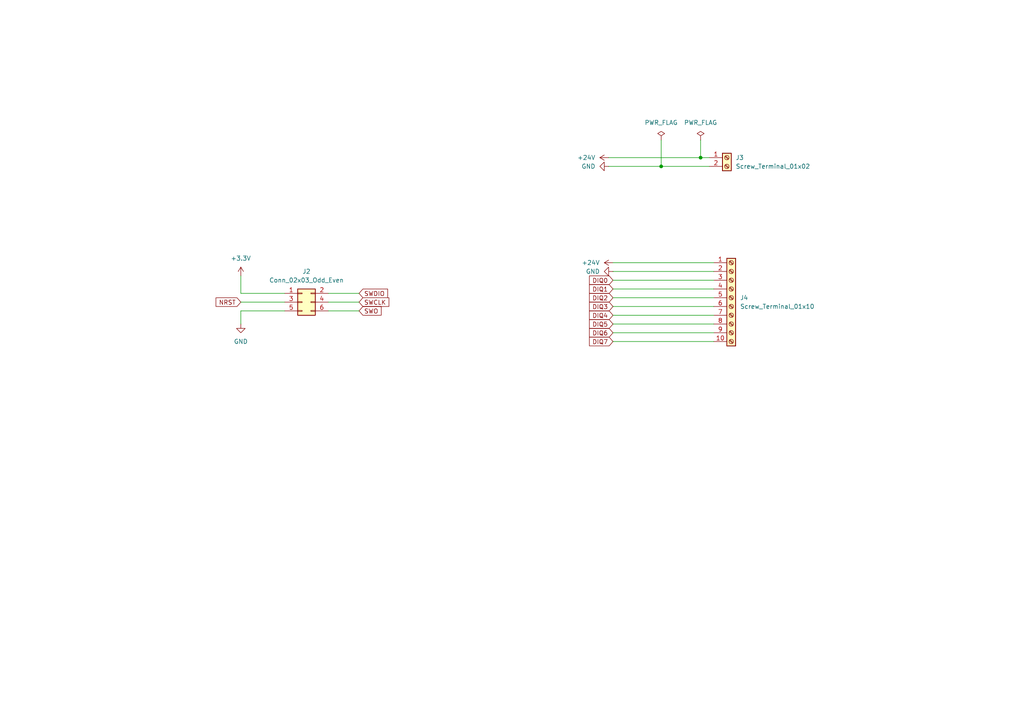
<source format=kicad_sch>
(kicad_sch (version 20231120) (generator "eeschema") (generator_version "8.0")
  (paper "A4")
  (title_block (title "PLC IO Module") (rev "1.0.0") (company "Dawid Kania"))
  (lib_symbols
    (symbol "Connector:Screw_Terminal_01x02" (pin_names (offset 1.016) hide)
      (property "Reference" "J" (at 0 2.54 0))
      (property "Value" "Screw_Terminal_01x02" (at 0 -5.08 0))
      (symbol "Screw_Terminal_01x02_1_1"
        (rectangle (start -1.27 1.27) (end 1.27 -3.81) (stroke (width 0.254)) (fill (type background)))
        (circle (center 0 -2.54) (radius 0.635) (stroke (width 0.1524)))
        (polyline (pts (xy -0.5334 -2.2098) (xy 0.3302 -3.048)) (stroke (width 0.1524)))
        (polyline (pts (xy -0.5334 0.3302) (xy 0.3302 -0.508)) (stroke (width 0.1524)))
        (polyline (pts (xy -0.3556 -2.032) (xy 0.508 -2.8702)) (stroke (width 0.1524)))
        (polyline (pts (xy -0.3556 0.508) (xy 0.508 -0.3302)) (stroke (width 0.1524)))
        (circle (center 0 0) (radius 0.635) (stroke (width 0.1524)))
        (pin passive line (at -5.08 0 0) (length 3.81) (name "Pin_1") (number "1"))
        (pin passive line (at -5.08 -2.54 0) (length 3.81) (name "Pin_2") (number "2"))
      )
    )
    (symbol "Connector:Screw_Terminal_01x10" (pin_names (offset 1.016) hide)
      (property "Reference" "J" (at 0 12.7 0))
      (property "Value" "Screw_Terminal_01x10" (at 0 -15.24 0))
      (symbol "Screw_Terminal_01x10_1_1"
        (rectangle (start -1.27 11.43) (end 1.27 -13.97) (stroke (width 0.254)) (fill (type background)))
        (circle (center 0 -12.7) (radius 0.635) (stroke (width 0.1524)))
        (circle (center 0 -10.16) (radius 0.635) (stroke (width 0.1524)))
        (circle (center 0 -7.62) (radius 0.635) (stroke (width 0.1524)))
        (circle (center 0 -5.08) (radius 0.635) (stroke (width 0.1524)))
        (circle (center 0 -2.54) (radius 0.635) (stroke (width 0.1524)))
        (polyline (pts (xy -0.5334 -12.3698) (xy 0.3302 -13.208)) (stroke (width 0.1524)))
        (polyline (pts (xy -0.5334 -9.8298) (xy 0.3302 -10.668)) (stroke (width 0.1524)))
        (polyline (pts (xy -0.5334 -7.2898) (xy 0.3302 -8.128)) (stroke (width 0.1524)))
        (polyline (pts (xy -0.5334 -4.7498) (xy 0.3302 -5.588)) (stroke (width 0.1524)))
        (polyline (pts (xy -0.5334 -2.2098) (xy 0.3302 -3.048)) (stroke (width 0.1524)))
        (polyline (pts (xy -0.5334 0.3302) (xy 0.3302 -0.508)) (stroke (width 0.1524)))
        (polyline (pts (xy -0.5334 2.8702) (xy 0.3302 2.032)) (stroke (width 0.1524)))
        (polyline (pts (xy -0.5334 5.4102) (xy 0.3302 4.572)) (stroke (width 0.1524)))
        (polyline (pts (xy -0.5334 7.9502) (xy 0.3302 7.112)) (stroke (width 0.1524)))
        (polyline (pts (xy -0.5334 10.4902) (xy 0.3302 9.652)) (stroke (width 0.1524)))
        (polyline (pts (xy -0.3556 -12.192) (xy 0.508 -13.0302)) (stroke (width 0.1524)))
        (polyline (pts (xy -0.3556 -9.652) (xy 0.508 -10.4902)) (stroke (width 0.1524)))
        (polyline (pts (xy -0.3556 -7.112) (xy 0.508 -7.9502)) (stroke (width 0.1524)))
        (polyline (pts (xy -0.3556 -4.572) (xy 0.508 -5.4102)) (stroke (width 0.1524)))
        (polyline (pts (xy -0.3556 -2.032) (xy 0.508 -2.8702)) (stroke (width 0.1524)))
        (polyline (pts (xy -0.3556 0.508) (xy 0.508 -0.3302)) (stroke (width 0.1524)))
        (polyline (pts (xy -0.3556 3.048) (xy 0.508 2.2098)) (stroke (width 0.1524)))
        (polyline (pts (xy -0.3556 5.588) (xy 0.508 4.7498)) (stroke (width 0.1524)))
        (polyline (pts (xy -0.3556 8.128) (xy 0.508 7.2898)) (stroke (width 0.1524)))
        (polyline (pts (xy -0.3556 10.668) (xy 0.508 9.8298)) (stroke (width 0.1524)))
        (circle (center 0 0) (radius 0.635) (stroke (width 0.1524)))
        (circle (center 0 2.54) (radius 0.635) (stroke (width 0.1524)))
        (circle (center 0 5.08) (radius 0.635) (stroke (width 0.1524)))
        (circle (center 0 7.62) (radius 0.635) (stroke (width 0.1524)))
        (circle (center 0 10.16) (radius 0.635) (stroke (width 0.1524)))
        (pin passive line (at -5.08 10.16 0) (length 3.81) (name "Pin_1") (number "1"))
        (pin passive line (at -5.08 -12.7 0) (length 3.81) (name "Pin_10") (number "10"))
        (pin passive line (at -5.08 7.62 0) (length 3.81) (name "Pin_2") (number "2"))
        (pin passive line (at -5.08 5.08 0) (length 3.81) (name "Pin_3") (number "3"))
        (pin passive line (at -5.08 2.54 0) (length 3.81) (name "Pin_4") (number "4"))
        (pin passive line (at -5.08 0 0) (length 3.81) (name "Pin_5") (number "5"))
        (pin passive line (at -5.08 -2.54 0) (length 3.81) (name "Pin_6") (number "6"))
        (pin passive line (at -5.08 -5.08 0) (length 3.81) (name "Pin_7") (number "7"))
        (pin passive line (at -5.08 -7.62 0) (length 3.81) (name "Pin_8") (number "8"))
        (pin passive line (at -5.08 -10.16 0) (length 3.81) (name "Pin_9") (number "9"))
      )
    )
    (symbol "Connector_Generic:Conn_02x03_Odd_Even" (pin_names (offset 1.016) hide)
      (property "Reference" "J" (at 1.27 5.08 0))
      (property "Value" "Conn_02x03_Odd_Even" (at 1.27 -5.08 0))
      (symbol "Conn_02x03_Odd_Even_1_1"
        (rectangle (start -1.27 -2.413) (end 0 -2.667) (stroke (width 0.1524)))
        (rectangle (start -1.27 0.127) (end 0 -0.127) (stroke (width 0.1524)))
        (rectangle (start -1.27 2.667) (end 0 2.413) (stroke (width 0.1524)))
        (rectangle (start -1.27 3.81) (end 3.81 -3.81) (stroke (width 0.254)) (fill (type background)))
        (rectangle (start 3.81 -2.413) (end 2.54 -2.667) (stroke (width 0.1524)))
        (rectangle (start 3.81 0.127) (end 2.54 -0.127) (stroke (width 0.1524)))
        (rectangle (start 3.81 2.667) (end 2.54 2.413) (stroke (width 0.1524)))
        (pin passive line (at -5.08 2.54 0) (length 3.81) (name "Pin_1") (number "1"))
        (pin passive line (at 7.62 2.54 180) (length 3.81) (name "Pin_2") (number "2"))
        (pin passive line (at -5.08 0 0) (length 3.81) (name "Pin_3") (number "3"))
        (pin passive line (at 7.62 0 180) (length 3.81) (name "Pin_4") (number "4"))
        (pin passive line (at -5.08 -2.54 0) (length 3.81) (name "Pin_5") (number "5"))
        (pin passive line (at 7.62 -2.54 180) (length 3.81) (name "Pin_6") (number "6"))
      )
    )
    (symbol "power:+12V" (power) (pin_numbers hide) (pin_names (offset 0) hide)
      (property "Value" "+12V" (at 0 3.556 0))
      (symbol "+12V_0_1"
        (polyline (pts (xy -0.762 1.27) (xy 0 2.54)))
        (polyline (pts (xy 0 0) (xy 0 2.54)))
        (polyline (pts (xy 0 2.54) (xy 0.762 1.27)))
      )
      (symbol "+12V_1_1"
        (pin power_in line (at 0 0 90) (length 0) (name "~") (number "1"))
      )
    )
    (symbol "power:+3.3V" (power) (pin_numbers hide) (pin_names (offset 0) hide)
      (property "Value" "+3.3V" (at 0 3.556 0))
      (symbol "+3.3V_0_1"
        (polyline (pts (xy -0.762 1.27) (xy 0 2.54)))
        (polyline (pts (xy 0 0) (xy 0 2.54)))
        (polyline (pts (xy 0 2.54) (xy 0.762 1.27)))
      )
      (symbol "+3.3V_1_1"
        (pin power_in line (at 0 0 90) (length 0) (name "~") (number "1"))
      )
    )
    (symbol "power:GND" (power) (pin_numbers hide) (pin_names (offset 0) hide)
      (property "Value" "GND" (at 0 -3.81 0))
      (symbol "GND_0_1"
        (polyline (pts (xy 0 0) (xy 0 -1.27) (xy 1.27 -1.27) (xy 0 -2.54) (xy -1.27 -1.27) (xy 0 -1.27)))
      )
      (symbol "GND_1_1"
        (pin power_in line (at 0 0 270) (length 0) (name "~") (number "1"))
      )
    )
    (symbol "power:PWR_FLAG" (power) (pin_numbers hide) (pin_names (offset 0) hide)
      (property "Value" "PWR_FLAG" (at 0 3.81 0))
      (symbol "PWR_FLAG_0_0"
        (pin power_out line (at 0 0 90) (length 0) (name "~") (number "1"))
      )
      (symbol "PWR_FLAG_0_1"
        (polyline (pts (xy 0 0) (xy 0 1.27) (xy -1.016 1.905) (xy 0 2.54) (xy 1.016 1.905) (xy 0 1.27)))
      )
    )
  )
  (junction (at 191.77 48.26))
  (junction (at 203.2 45.72))
  (wire (pts (xy 191.77 48.26) (xy 205.74 48.26)))
  (wire (pts (xy 207.01 83.82) (xy 177.8 83.82)))
  (wire (pts (xy 207.01 96.52) (xy 177.8 96.52)))
  (wire (pts (xy 176.53 45.72) (xy 203.2 45.72)))
  (wire (pts (xy 207.01 86.36) (xy 177.8 86.36)))
  (wire (pts (xy 104.14 85.09) (xy 95.25 85.09)))
  (wire (pts (xy 82.55 90.17) (xy 69.85 90.17)))
  (wire (pts (xy 69.85 90.17) (xy 69.85 93.98)))
  (wire (pts (xy 207.01 91.44) (xy 177.8 91.44)))
  (wire (pts (xy 191.77 40.64) (xy 191.77 48.26)))
  (wire (pts (xy 207.01 81.28) (xy 177.8 81.28)))
  (wire (pts (xy 69.85 87.63) (xy 82.55 87.63)))
  (wire (pts (xy 203.2 45.72) (xy 205.74 45.72)))
  (wire (pts (xy 207.01 99.06) (xy 177.8 99.06)))
  (wire (pts (xy 176.53 48.26) (xy 191.77 48.26)))
  (wire (pts (xy 104.14 87.63) (xy 95.25 87.63)))
  (wire (pts (xy 207.01 88.9) (xy 177.8 88.9)))
  (wire (pts (xy 69.85 85.09) (xy 82.55 85.09)))
  (wire (pts (xy 104.14 90.17) (xy 95.25 90.17)))
  (wire (pts (xy 203.2 40.64) (xy 203.2 45.72)))
  (wire (pts (xy 207.01 78.74) (xy 177.8 78.74)))
  (wire (pts (xy 207.01 76.2) (xy 177.8 76.2)))
  (wire (pts (xy 207.01 93.98) (xy 177.8 93.98)))
  (wire (pts (xy 69.85 80.01) (xy 69.85 85.09)))
  (global_label "DIQ3" (shape input) (at 177.8 88.9 180) (property "Intersheetrefs" "${INTERSHEET_REFS}" (effects (hide yes))))
  (global_label "SWCLK" (shape input) (at 104.14 87.63 0) (property "Intersheetrefs" "${INTERSHEET_REFS}" (effects (hide yes))))
  (global_label "DIQ0" (shape input) (at 177.8 81.28 180) (property "Intersheetrefs" "${INTERSHEET_REFS}" (effects (hide yes))))
  (global_label "DIQ5" (shape input) (at 177.8 93.98 180) (property "Intersheetrefs" "${INTERSHEET_REFS}" (effects (hide yes))))
  (global_label "SWO" (shape input) (at 104.14 90.17 0) (property "Intersheetrefs" "${INTERSHEET_REFS}" (effects (hide yes))))
  (global_label "DIQ2" (shape input) (at 177.8 86.36 180) (property "Intersheetrefs" "${INTERSHEET_REFS}" (effects (hide yes))))
  (global_label "DIQ4" (shape input) (at 177.8 91.44 180) (property "Intersheetrefs" "${INTERSHEET_REFS}" (effects (hide yes))))
  (global_label "DIQ1" (shape input) (at 177.8 83.82 180) (property "Intersheetrefs" "${INTERSHEET_REFS}" (effects (hide yes))))
  (global_label "DIQ7" (shape input) (at 177.8 99.06 180) (property "Intersheetrefs" "${INTERSHEET_REFS}" (effects (hide yes))))
  (global_label "NRST" (shape input) (at 69.85 87.63 180) (property "Intersheetrefs" "${INTERSHEET_REFS}" (effects (hide yes))))
  (global_label "SWDIO" (shape input) (at 104.14 85.09 0) (property "Intersheetrefs" "${INTERSHEET_REFS}" (effects (hide yes))))
  (global_label "DIQ6" (shape input) (at 177.8 96.52 180) (property "Intersheetrefs" "${INTERSHEET_REFS}" (effects (hide yes))))
  (symbol (lib_id "power:+12V") (at 177.8 76.2 90) (unit 1)
    (property "Reference" "#PWR0503" (effects (hide yes)))
    (property "Value" "+24V" (at 173.99 76.1999 90) (effects (justify left)))
    (property "Description" "Power symbol creates a global label with name \"+12V\"" (effects (hide yes)))
  )
  (symbol (lib_id "power:PWR_FLAG") (at 191.77 40.64 0) (unit 1)
    (property "Reference" "#FLG0502" (effects (hide yes)))
    (property "Value" "PWR_FLAG" (at 191.77 35.56 0))
    (property "Description" "Special symbol for telling ERC where power comes from" (effects (hide yes)))
  )
  (symbol (lib_id "Connector:Screw_Terminal_01x02") (at 210.82 45.72 0) (unit 1)
    (property "Reference" "J3" (at 213.36 45.7199 0) (effects (justify left)))
    (property "Value" "Screw_Terminal_01x02" (at 213.36 48.2599 0) (effects (justify left)))
    (property "Footprint" "TerminalBlock_MetzConnect:TerminalBlock_MetzConnect_Type073_RT02602HBLU_1x02_P5.08mm_Horizontal" (effects (hide yes)))
    (property "Description" "Generic screw terminal, single row, 01x02, script generated (kicad-library-utils/schlib/autogen/connector/)" (effects (hide yes)))
  )
  (symbol (lib_id "power:GND") (at 177.8 78.74 270) (unit 1)
    (property "Reference" "#PWR0504" (effects (hide yes)))
    (property "Value" "GND" (at 173.99 78.7399 90) (effects (justify right)))
    (property "Description" "Power symbol creates a global label with name \"GND\" , ground" (effects (hide yes)))
  )
  (symbol (lib_id "power:+3.3V") (at 69.85 80.01 0) (unit 1)
    (property "Reference" "#PWR0501" (effects (hide yes)))
    (property "Value" "+3.3V" (at 69.85 74.93 0))
    (property "Description" "Power symbol creates a global label with name \"+3.3V\"" (effects (hide yes)))
  )
  (symbol (lib_id "power:PWR_FLAG") (at 203.2 40.64 0) (unit 1)
    (property "Reference" "#FLG0501" (effects (hide yes)))
    (property "Value" "PWR_FLAG" (at 203.2 35.56 0))
    (property "Description" "Special symbol for telling ERC where power comes from" (effects (hide yes)))
  )
  (symbol (lib_id "Connector_Generic:Conn_02x03_Odd_Even") (at 87.63 87.63 0) (unit 1)
    (property "Reference" "J2" (at 88.9 78.74 0))
    (property "Value" "Conn_02x03_Odd_Even" (at 88.9 81.28 0))
    (property "Footprint" "Connector_IDC:IDC-Header_2x03_P2.54mm_Vertical" (effects (hide yes)))
    (property "Description" "Generic connector, double row, 02x03, odd/even pin numbering scheme (row 1 odd numbers, row 2 even numbers), script generated (kicad-library-utils/schlib/autogen/connector/)" (effects (hide yes)))
    (property "Symbol TME" "T821-1-06-S1" (effects (hide yes)))
  )
  (symbol (lib_id "power:GND") (at 176.53 48.26 270) (unit 1)
    (property "Reference" "#PWR0506" (effects (hide yes)))
    (property "Value" "GND" (at 172.72 48.2599 90) (effects (justify right)))
    (property "Description" "Power symbol creates a global label with name \"GND\" , ground" (effects (hide yes)))
  )
  (symbol (lib_id "power:+12V") (at 176.53 45.72 90) (unit 1)
    (property "Reference" "#PWR0505" (effects (hide yes)))
    (property "Value" "+24V" (at 172.72 45.7199 90) (effects (justify left)))
    (property "Description" "Power symbol creates a global label with name \"+12V\"" (effects (hide yes)))
  )
  (symbol (lib_id "power:GND") (at 69.85 93.98 0) (unit 1)
    (property "Reference" "#PWR0502" (effects (hide yes)))
    (property "Value" "GND" (at 69.85 99.06 0))
    (property "Description" "Power symbol creates a global label with name \"GND\" , ground" (effects (hide yes)))
  )
  (symbol (lib_id "Connector:Screw_Terminal_01x10") (at 212.09 86.36 0) (unit 1)
    (property "Reference" "J4" (at 214.63 86.3599 0) (effects (justify left)))
    (property "Value" "Screw_Terminal_01x10" (at 214.63 88.8999 0) (effects (justify left)))
    (property "Footprint" "TerminalBlock_Phoenix:TerminalBlock_Phoenix_MKDS-3-10-5.08_1x10_P5.08mm_Horizontal" (effects (hide yes)))
    (property "Description" "Generic screw terminal, single row, 01x10, script generated (kicad-library-utils/schlib/autogen/connector/)" (effects (hide yes)))
  )
)
</source>
